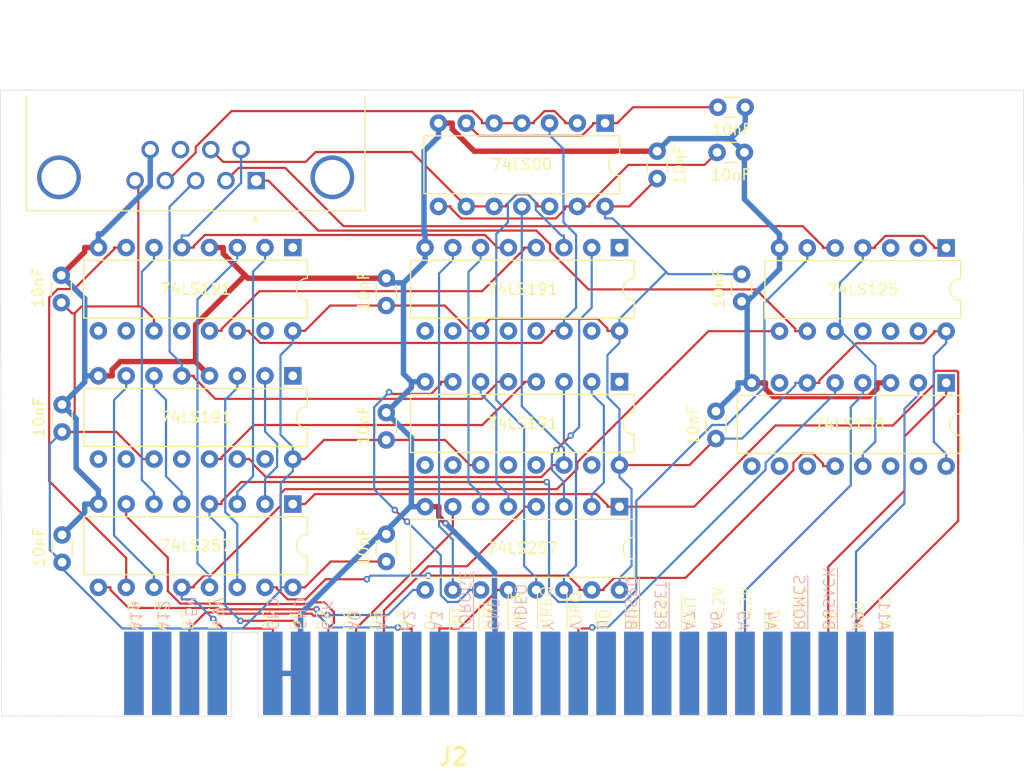
<source format=kicad_pcb>
(kicad_pcb (version 20240108) (generator "pcbnew") (generator_version "8.0")
  (layers (0 "F.Cu" signal) (31 "B.Cu" signal) (34 "B.Paste" user) (35 "F.Paste" user) (36 "B.SilkS" user "B.Silkscreen") (37 "F.SilkS" user "F.Silkscreen") (38 "B.Mask" user) (39 "F.Mask" user) (44 "Edge.Cuts" user))
  (net 0 "")
  (net 1 "+5V")
  (net 2 "Net-(U2-Q3)")
  (net 3 "Net-(U2-Q2)")
  (net 4 "Net-(U2-Rc)")
  (net 5 "Net-(U2-Q1)")
  (net 7 "Net-(U2-Q0)")
  (net 11 "Net-(U3-Q2)")
  (net 12 "Net-(U3-Q0)")
  (net 13 "Net-(U3-Q1)")
  (net 15 "Net-(U3-Q3)")
  (net 17 "D1")
  (net 18 "D0")
  (net 20 "Net-(U5-Q2)")
  (net 22 "Net-(U5-Q0)")
  (net 23 "Net-(U5-Rc)")
  (net 24 "Net-(U5-Q1)")
  (net 25 "Net-(U5-Q3)")
  (net 27 "Net-(U6-Q2)")
  (net 28 "Net-(U6-Q1)")
  (net 29 "Net-(U6-Q0)")
  (net 32 "Net-(U6-Q3)")
  (net 33 "IOREQ")
  (net 34 "A8")
  (net 36 "A5")
  (net 37 "A9")
  (net 38 "D2")
  (net 40 "A10")
  (net 41 "D3")
  (net 46 "D6")
  (net 47 "D4")
  (net 48 "D5")
  (net 49 "D7")
  (net 57 "R_BUTTON")
  (net 61 "L_BUTTON")
  (net 86 "Net-(U7-O2)")
  (net 93 "Net-(U7-O3)")
  (net 108 "Net-(C10-Pad1)")
  (net 109 "GND")
  (net 110 "Net-(C11-Pad1)")
  (net 111 "YA")
  (net 112 "Net-(U2-Cp)")
  (net 113 "XA")
  (net 114 "Net-(U5-Cp)")
  (net 115 "XB")
  (net 116 "YB")
  (footprint "Package_DIP:DIP-16_W7.62mm" (layer "F.Cu") (at 181.43 84.363 -90)
    (property "Reference" "U7")
    (property "Value" "74LS138")
  )
  (footprint "Capacitor_THT:C_Disc_D3.0mm_W1.6mm_P2.50mm" (layer "F.Cu") (at 100.58 100.7805 90)
    (property "Reference" "C8" (hide yes))
    (property "Value" "10nF")
  )
  (footprint "Package_DIP:DIP-16_W7.62mm" (layer "F.Cu") (at 151.555 84.263 -90)
    (property "Reference" "U6")
    (property "Value" "74LS191")
  )
  (footprint "Package_DIP:DIP-16_W7.62mm" (layer "F.Cu") (at 151.555 71.988 -90)
    (property "Reference" "U3")
    (property "Value" "74LS191")
  )
  (footprint "Package_DIP:DIP-14_W7.62mm" (layer "F.Cu") (at 181.43 72.013 -90)
    (property "Reference" "U4")
    (property "Value" "74LS125")
  )
  (footprint "Capacitor_THT:C_Disc_D3.0mm_W1.6mm_P2.50mm" (layer "F.Cu") (at 155 65.663 90)
    (property "Reference" "C1" (hide yes))
    (property "Value" "10nF")
  )
  (footprint "Package_DIP:DIP-16_W7.62mm" (layer "F.Cu") (at 121.68 95.4555 -90)
    (property "Reference" "U8")
    (property "Value" "74LS257")
  )
  (footprint "Capacitor_THT:C_Disc_D3.0mm_W1.6mm_P2.50mm" (layer "F.Cu") (at 130.225 100.713 90)
    (property "Reference" "C9" (hide yes))
    (property "Value" "10nF")
  )
  (footprint "Capacitor_THT:C_Disc_D3.0mm_W1.6mm_P2.50mm" (layer "F.Cu") (at 130.225 77.288 90)
    (property "Reference" "C3" (hide yes))
    (property "Value" "10nF")
  )
  (footprint "Capacitor_THT:C_Disc_D3.0mm_W1.6mm_P2.50mm" (layer "F.Cu") (at 130.225 89.588 90)
    (property "Reference" "C6" (hide yes))
    (property "Value" "10nF")
  )
  (footprint "Package_DIP:DIP-16_W7.62mm" (layer "F.Cu") (at 151.555 95.693 -90)
    (property "Reference" "U9")
    (property "Value" "74LS257")
  )
  (footprint "Package_DIP:DIP-14_W7.62mm" (layer "F.Cu") (at 150.24 60.593 -90)
    (property "Reference" "U1")
    (property "Value" "74LS00")
  )
  (footprint "Capacitor_THT:C_Disc_D3.0mm_W1.6mm_P2.50mm" (layer "F.Cu") (at 160.55 59.138)
    (property "Reference" "C10" (hide yes))
    (property "Value" "10nF")
  )
  (footprint "Package_DIP:DIP-16_W7.62mm" (layer "F.Cu") (at 121.68 83.718 -90)
    (property "Reference" "U5")
    (property "Value" "74LS191")
  )
  (footprint "Capacitor_THT:C_Disc_D3.0mm_W1.6mm_P2.50mm" (layer "F.Cu") (at 162.725 76.913 90)
    (property "Reference" "C4" (hide yes))
    (property "Value" "10nF")
  )
  (footprint "Capacitor_THT:C_Disc_D3.0mm_W1.6mm_P2.50mm" (layer "F.Cu") (at 100.58 88.8555 90)
    (property "Reference" "C5" (hide yes))
    (property "Value" "10nF")
  )
  (footprint "Capacitor_THT:C_Disc_D3.0mm_W1.6mm_P2.50mm" (layer "F.Cu") (at 100.505 77.0205 90)
    (property "Reference" "C2" (hide yes))
    (property "Value" "10nF")
  )
  (footprint "Capacitor_THT:C_Disc_D3.0mm_W1.6mm_P2.50mm" (layer "F.Cu") (at 160.375 89.463 90)
    (property "Reference" "C7" (hide yes))
    (property "Value" "10nF")
  )
  (footprint "Package_DIP:DIP-16_W7.62mm" (layer "F.Cu") (at 121.68 71.9805 -90)
    (property "Reference" "U2")
    (property "Value" "74LS191")
  )
  (footprint "Connector_Dsub:DSUB-9_Male_Horizontal_P2.77x2.84mm_EdgePinOffset4.94mm_Housed_MountingHolesOffset7.48mm" (layer "F.Cu") (at 118.335 65.853 180)
    (property "Reference" "J1" (hide yes))
    (property "Value" "DE9_Plug")
  )
  (footprint "Capacitor_THT:C_Disc_D3.0mm_W1.6mm_P2.50mm" (layer "F.Cu") (at 160.48 63.273)
    (property "Reference" "C11" (hide yes))
    (property "Value" "10nF")
  )
  (footprint "8bits:ZX_EDGE" (layer "F.Cu") (at 136.36 113.49 180)
    (property "Reference" "J2")
    (property "Value" "ZX_Spectrum_Connector_48K" (hide yes))
  )
  (gr_line (start 188.525 57.575) (end 188.55 114.8) (stroke (width 0.05)) (layer "Edge.Cuts"))
  (gr_line (start 118.5 107.225) (end 116.1 107.225) (stroke (width 0.05)) (layer "Edge.Cuts"))
  (gr_line (start 116.1 114.875) (end 95.05 114.85) (stroke (width 0.05)) (layer "Edge.Cuts"))
  (gr_line (start 95.05 114.85) (end 94.925 57.575) (stroke (width 0.05)) (layer "Edge.Cuts"))
  (gr_line (start 94.925 57.575) (end 188.525 57.575) (stroke (width 0.05)) (layer "Edge.Cuts"))
  (gr_line (start 116.1 107.225) (end 116.1 114.875) (stroke (width 0.05)) (layer "Edge.Cuts"))
  (gr_line (start 188.55 114.8) (end 118.5 114.875) (stroke (width 0.05)) (layer "Edge.Cuts"))
  (gr_line (start 118.5 114.875) (end 118.5 107.225) (stroke (width 0.05)) (layer "Edge.Cuts"))
  (segment (start 152.45 68.213) (end 155 65.663) (width 0.2) (layer "F.Cu") (net 1))
  (segment (start 168.73 84.363) (end 169.832 84.363) (width 0.2) (layer "F.Cu") (net 1))
  (segment (start 121.68 79.6005) (end 122.782 79.6005) (width 0.2) (layer "F.Cu") (net 1))
  (segment (start 122.782 103.076) (end 125.144 100.713) (width 0.2) (layer "F.Cu") (net 1))
  (segment (start 125.144 100.713) (end 130.225 100.713) (width 0.2) (layer "F.Cu") (net 1))
  (segment (start 169.832 84.1347) (end 173.232 80.7347) (width 0.2) (layer "F.Cu") (net 1))
  (segment (start 180.328 79.633) (end 181.43 79.633) (width 0.2) (layer "F.Cu") (net 1))
  (segment (start 108.98 91.338) (end 107.878 91.338) (width 0.2) (layer "F.Cu") (net 1))
  (segment (start 122.782 91.338) (end 124.532 89.588) (width 0.2) (layer "F.Cu") (net 1))
  (segment (start 151.555 79.608) (end 150.453 79.608) (width 0.2) (layer "F.Cu") (net 1))
  (segment (start 101.728 88.8555) (end 100.58 88.8555) (width 0.2) (layer "F.Cu") (net 1))
  (segment (start 138.611 79.608) (end 137.753 79.608) (width 0.2) (layer "F.Cu") (net 1))
  (segment (start 135.571 77.288) (end 130.225 77.288) (width 0.2) (layer "F.Cu") (net 1))
  (segment (start 137.753 91.7453) (end 135.596 89.588) (width 0.2) (layer "F.Cu") (net 1))
  (segment (start 105.534 88.8555) (end 101.728 88.8555) (width 0.2) (layer "F.Cu") (net 1))
  (segment (start 138.855 91.883) (end 137.753 91.883) (width 0.2) (layer "F.Cu") (net 1))
  (segment (start 101.48 77.9955) (end 100.505 77.0205) (width 0.2) (layer "F.Cu") (net 1))
  (segment (start 102.353 77.3703) (end 101.728 77.9955) (width 0.2) (layer "F.Cu") (net 1))
  (segment (start 107.852 77.3703) (end 107.553 77.3703) (width 0.2) (layer "F.Cu") (net 1))
  (segment (start 135.596 89.588) (end 130.225 89.588) (width 0.2) (layer "F.Cu") (net 1))
  (segment (start 122.782 79.6005) (end 125.094 77.288) (width 0.2) (layer "F.Cu") (net 1))
  (segment (start 138.855 79.608) (end 138.611 79.608) (width 0.2) (layer "F.Cu") (net 1))
  (segment (start 125.094 77.288) (end 130.225 77.288) (width 0.2) (layer "F.Cu") (net 1))
  (segment (start 179.364 80.7347) (end 180.328 79.7708) (width 0.2) (layer "F.Cu") (net 1))
  (segment (start 124.532 89.588) (end 130.225 89.588) (width 0.2) (layer "F.Cu") (net 1))
  (segment (start 151.555 91.883) (end 157.955 91.883) (width 0.2) (layer "F.Cu") (net 1))
  (segment (start 169.832 84.363) (end 169.832 84.1347) (width 0.2) (layer "F.Cu") (net 1))
  (segment (start 121.6805 103.076) (end 122.782 103.076) (width 0.2) (layer "F.Cu") (net 1))
  (segment (start 107.878 91.2003) (end 105.534 88.8555) (width 0.2) (layer "F.Cu") (net 1))
  (segment (start 137.753 79.608) (end 137.753 79.4703) (width 0.2) (layer "F.Cu") (net 1))
  (segment (start 137.753 91.883) (end 137.753 91.7453) (width 0.2) (layer "F.Cu") (net 1))
  (segment (start 139.731 78.4873) (end 138.611 79.608) (width 0.2) (layer "F.Cu") (net 1))
  (segment (start 150.453 79.608) (end 150.453 79.3797) (width 0.2) (layer "F.Cu") (net 1))
  (segment (start 107.553 77.3703) (end 102.353 77.3703) (width 0.2) (layer "F.Cu") (net 1))
  (segment (start 180.328 79.7708) (end 180.328 79.633) (width 0.2) (layer "F.Cu") (net 1))
  (segment (start 121.68 103.076) (end 121.6805 103.076) (width 0.2) (layer "F.Cu") (net 1))
  (segment (start 121.6805 103.076) (end 121.68 103.0755) (width 0.2) (layer "F.Cu") (net 1))
  (segment (start 108.98 79.6005) (end 108.98 78.4988) (width 0.2) (layer "F.Cu") (net 1))
  (segment (start 101.728 77.9955) (end 101.48 77.9955) (width 0.2) (layer "F.Cu") (net 1))
  (segment (start 107.553 66.1512) (end 107.553 77.3703) (width 0.2) (layer "F.Cu") (net 1))
  (segment (start 108.98 78.4988) (end 107.852 77.3703) (width 0.2) (layer "F.Cu") (net 1))
  (segment (start 150.453 79.3797) (end 149.561 78.4873) (width 0.2) (layer "F.Cu") (net 1))
  (segment (start 149.561 78.4873) (end 139.731 78.4873) (width 0.2) (layer "F.Cu") (net 1))
  (segment (start 107.878 91.338) (end 107.878 91.2003) (width 0.2) (layer "F.Cu") (net 1))
  (segment (start 101.728 88.8555) (end 101.728 77.9955) (width 0.2) (layer "F.Cu") (net 1))
  (segment (start 157.955 91.883) (end 160.375 89.463) (width 0.2) (layer "F.Cu") (net 1))
  (segment (start 121.68 91.338) (end 122.782 91.338) (width 0.2) (layer "F.Cu") (net 1))
  (segment (start 137.753 79.4703) (end 135.571 77.288) (width 0.2) (layer "F.Cu") (net 1))
  (segment (start 150.24 68.213) (end 152.45 68.213) (width 0.2) (layer "F.Cu") (net 1))
  (segment (start 107.255 65.853) (end 107.553 66.1512) (width 0.2) (layer "F.Cu") (net 1))
  (segment (start 173.232 80.7347) (end 179.364 80.7347) (width 0.2) (layer "F.Cu") (net 1))
  (segment (start 150.24 69.3147) (end 150.929 69.3147) (width 0.2) (layer "B.Cu") (net 1))
  (segment (start 117.091 106.838) (end 120.578 103.351) (width 0.2) (layer "B.Cu") (net 1))
  (segment (start 120.578 103.076) (end 120.578 93.5414) (width 0.2) (layer "B.Cu") (net 1))
  (segment (start 150.45 81.8152) (end 150.45 85.66) (width 0.2) (layer "B.Cu") (net 1))
  (segment (start 112.23 110.95) (end 112.23 106.838) (width 0.2) (layer "B.Cu") (net 1))
  (segment (start 168.73 84.363) (end 167.628 84.363) (width 0.2) (layer "B.Cu") (net 1))
  (segment (start 120.552 89.1079) (end 120.552 81.8306) (width 0.2) (layer "B.Cu") (net 1))
  (segment (start 151.555 80.7097) (end 150.45 81.8152) (width 0.2) (layer "B.Cu") (net 1))
  (segment (start 150.929 69.3147) (end 155.838 74.2237) (width 0.2) (layer "B.Cu") (net 1))
  (segment (start 100.58 100.78) (end 100.58 100.7805) (width 0.2) (layer "B.Cu") (net 1))
  (segment (start 180.302 89.7529) (end 180.302 81.8631) (width 0.2) (layer "B.Cu") (net 1))
  (segment (start 121.68 91.338) (end 121.68 90.2363) (width 0.2) (layer "B.Cu") (net 1))
  (segment (start 121.68 103.0755) (end 121.68 103.076) (width 0.2) (layer "B.Cu") (net 1))
  (segment (start 181.43 91.983) (end 181.43 90.8813) (width 0.2) (layer "B.Cu") (net 1))
  (segment (start 156.027 74.413) (end 162.725 74.413) (width 0.2) (layer "B.Cu") (net 1))
  (segment (start 100.58 88.8555) (end 99.4563 89.9792) (width 0.2) (layer "B.Cu") (net 1))
  (segment (start 151.555 86.7655) (end 151.555 91.883) (width 0.2) (layer "B.Cu") (net 1))
  (segment (start 120.578 103.351) (end 120.578 103.076) (width 0.2) (layer "B.Cu") (net 1))
  (segment (start 180.302 81.8631) (end 181.43 80.7347) (width 0.2) (layer "B.Cu") (net 1))
  (segment (start 112.23 106.838) (end 117.091 106.838) (width 0.2) (layer "B.Cu") (net 1))
  (segment (start 162.757 89.463) (end 160.375 89.463) (width 0.2) (layer "B.Cu") (net 1))
  (segment (start 150.24 68.213) (end 150.24 69.3147) (width 0.2) (layer "B.Cu") (net 1))
  (segment (start 155.838 74.2237) (end 156.027 74.413) (width 0.2) (layer "B.Cu") (net 1))
  (segment (start 167.628 84.363) (end 167.628 84.5913) (width 0.2) (layer "B.Cu") (net 1))
  (segment (start 99.4563 99.6568) (end 100.58 100.78) (width 0.2) (layer "B.Cu") (net 1))
  (segment (start 151.555 92.9847) (end 152.657 94.0864) (width 0.2) (layer "B.Cu") (net 1))
  (segment (start 181.43 80.7347) (end 181.43 79.633) (width 0.2) (layer "B.Cu") (net 1))
  (segment (start 120.578 93.5414) (end 121.68 92.4397) (width 0.2) (layer "B.Cu") (net 1))
  (segment (start 106.077 106.838) (end 112.23 106.838) (width 0.2) (layer "B.Cu") (net 1))
  (segment (start 151.555 79.608) (end 151.555 80.7097) (width 0.2) (layer "B.Cu") (net 1))
  (segment (start 167.628 84.5913) (end 162.757 89.463) (width 0.2) (layer "B.Cu") (net 1))
  (segment (start 99.4563 89.9792) (end 99.4563 99.6568) (width 0.2) (layer "B.Cu") (net 1))
  (segment (start 121.68 103.076) (end 120.578 103.076) (width 0.2) (layer "B.Cu") (net 1))
  (segment (start 152.657 94.0864) (end 152.657 101.11) (width 0.2) (layer "B.Cu") (net 1))
  (segment (start 121.68 92.4397) (end 121.68 91.338) (width 0.2) (layer "B.Cu") (net 1))
  (segment (start 151.555 102.211) (end 151.555 103.313) (width 0.2) (layer "B.Cu") (net 1))
  (segment (start 150.45 85.66) (end 151.555 86.7655) (width 0.2) (layer "B.Cu") (net 1))
  (segment (start 120.552 81.8306) (end 121.68 80.7022) (width 0.2) (layer "B.Cu") (net 1))
  (segment (start 151.555 91.883) (end 151.555 92.9847) (width 0.2) (layer "B.Cu") (net 1))
  (segment (start 100.58 101.341) (end 106.077 106.838) (width 0.2) (layer "B.Cu") (net 1))
  (segment (start 181.43 90.8813) (end 180.302 89.7529) (width 0.2) (layer "B.Cu") (net 1))
  (segment (start 151.555 78.5063) (end 151.555 79.608) (width 0.2) (layer "B.Cu") (net 1))
  (segment (start 155.838 74.2237) (end 151.555 78.5063) (width 0.2) (layer "B.Cu") (net 1))
  (segment (start 152.657 101.11) (end 151.555 102.211) (width 0.2) (layer "B.Cu") (net 1))
  (segment (start 100.58 100.7805) (end 100.58 101.341) (width 0.2) (layer "B.Cu") (net 1))
  (segment (start 121.68 90.2363) (end 120.552 89.1079) (width 0.2) (layer "B.Cu") (net 1))
  (segment (start 121.68 80.7022) (end 121.68 79.6005) (width 0.2) (layer "B.Cu") (net 1))
  (segment (start 99.3967 93.3467) (end 106.44 100.39) (width 0.2) (layer "F.Cu") (net 2))
  (segment (start 99.3967 76.5677) (end 99.3967 93.3467) (width 0.2) (layer "F.Cu") (net 2))
  (segment (start 105.338 72.1182) (end 101.686 75.7705) (width 0.2) (layer "F.Cu") (net 2))
  (segment (start 106.44 103.0755) (end 106.44 103.076) (width 0.2) (layer "F.Cu") (net 2))
  (segment (start 105.338 71.9805) (end 105.338 72.1182) (width 0.2) (layer "F.Cu") (net 2))
  (segment (start 106.44 71.9805) (end 105.338 71.9805) (width 0.2) (layer "F.Cu") (net 2))
  (segment (start 106.44 100.39) (end 106.44 103.0755) (width 0.2) (layer "F.Cu") (net 2))
  (segment (start 100.194 75.7705) (end 99.3967 76.5677) (width 0.2) (layer "F.Cu") (net 2))
  (segment (start 101.686 75.7705) (end 100.194 75.7705) (width 0.2) (layer "F.Cu") (net 2))
  (segment (start 108.98 94.3538) (end 107.869 93.2425) (width 0.2) (layer "B.Cu") (net 3))
  (segment (start 108.98 73.0822) (end 108.98 71.9805) (width 0.2) (layer "B.Cu") (net 3))
  (segment (start 108.98 95.4555) (end 108.98 94.3538) (width 0.2) (layer "B.Cu") (net 3))
  (segment (start 107.869 93.2425) (end 107.869 74.1935) (width 0.2) (layer "B.Cu") (net 3))
  (segment (start 107.869 74.1935) (end 108.98 73.0822) (width 0.2) (layer "B.Cu") (net 3))
  (segment (start 143.935 71.988) (end 142.833 71.988) (width 0.2) (layer "F.Cu") (net 4))
  (segment (start 118.625 75.9714) (end 115.162 79.4345) (width 0.2) (layer "F.Cu") (net 4))
  (segment (start 115.162 79.6005) (end 114.06 79.6005) (width 0.2) (layer "F.Cu") (net 4))
  (segment (start 115.162 79.4345) (end 115.162 79.6005) (width 0.2) (layer "F.Cu") (net 4))
  (segment (start 142.833 71.988) (end 142.833 72.1257) (width 0.2) (layer "F.Cu") (net 4))
  (segment (start 142.833 72.1257) (end 138.988 75.9714) (width 0.2) (layer "F.Cu") (net 4))
  (segment (start 138.988 75.9714) (end 118.625 75.9714) (width 0.2) (layer "F.Cu") (net 4))
  (segment (start 118.038 74.1839) (end 119.14 73.0822) (width 0.2) (layer "B.Cu") (net 5))
  (segment (start 116.6 94.3538) (end 118.038 92.9155) (width 0.2) (layer "B.Cu") (net 5))
  (segment (start 119.14 73.0822) (end 119.14 71.9805) (width 0.2) (layer "B.Cu") (net 5))
  (segment (start 116.6 95.4555) (end 116.6 94.3538) (width 0.2) (layer "B.Cu") (net 5))
  (segment (start 118.038 92.9155) (end 118.038 74.1839) (width 0.2) (layer "B.Cu") (net 5))
  (segment (start 114.06 103.076) (end 114.06 103.0755) (width 0.2) (layer "B.Cu") (net 7))
  (segment (start 112.956 76.7261) (end 112.956 100.87) (width 0.2) (layer "B.Cu") (net 7))
  (segment (start 116.6 73.0822) (end 112.956 76.7261) (width 0.2) (layer "B.Cu") (net 7))
  (segment (start 114.06 101.974) (end 114.06 103.0755) (width 0.2) (layer "B.Cu") (net 7))
  (segment (start 112.956 100.87) (end 114.06 101.974) (width 0.2) (layer "B.Cu") (net 7))
  (segment (start 116.6 71.9805) (end 116.6 73.0822) (width 0.2) (layer "B.Cu") (net 7))
  (segment (start 138.855 71.988) (end 138.855 73.0897) (width 0.2) (layer "B.Cu") (net 11))
  (segment (start 137.744 74.201) (end 137.744 93.48) (width 0.2) (layer "B.Cu") (net 11))
  (segment (start 137.744 93.48) (end 138.855 94.5913) (width 0.2) (layer "B.Cu") (net 11))
  (segment (start 138.855 94.5913) (end 138.855 95.693) (width 0.2) (layer "B.Cu") (net 11))
  (segment (start 138.855 73.0897) (end 137.744 74.201) (width 0.2) (layer "B.Cu") (net 11))
  (segment (start 140.288 85.9363) (end 142.833 88.4818) (width 0.2) (layer "B.Cu") (net 12))
  (segment (start 146.475 70.8863) (end 146.247 70.8863) (width 0.2) (layer "B.Cu") (net 12))
  (segment (start 140.288 70.7346) (end 140.288 85.9363) (width 0.2) (layer "B.Cu") (net 12))
  (segment (start 142.833 101.11) (end 143.935 102.211) (width 0.2) (layer "B.Cu") (net 12))
  (segment (start 142.2 67.0697) (end 141.35 67.9196) (width 0.2) (layer "B.Cu") (net 12))
  (segment (start 141.35 69.6724) (end 140.288 70.7346) (width 0.2) (layer "B.Cu") (net 12))
  (segment (start 146.475 71.988) (end 146.475 70.8863) (width 0.2) (layer "B.Cu") (net 12))
  (segment (start 143.112 67.0697) (end 142.2 67.0697) (width 0.2) (layer "B.Cu") (net 12))
  (segment (start 142.833 88.4818) (end 142.833 101.11) (width 0.2) (layer "B.Cu") (net 12))
  (segment (start 143.89 68.5296) (end 143.89 67.8474) (width 0.2) (layer "B.Cu") (net 12))
  (segment (start 141.35 67.9196) (end 141.35 69.6724) (width 0.2) (layer "B.Cu") (net 12))
  (segment (start 143.89 67.8474) (end 143.112 67.0697) (width 0.2) (layer "B.Cu") (net 12))
  (segment (start 146.247 70.8863) (end 143.89 68.5296) (width 0.2) (layer "B.Cu") (net 12))
  (segment (start 143.935 102.211) (end 143.935 103.313) (width 0.2) (layer "B.Cu") (net 12))
  (segment (start 145.775 90.5041) (end 147.093 89.1855) (width 0.2) (layer "F.Cu") (net 13))
  (via (at 147.093 89.1855) (size 0.6) (drill 0.3) (layers "F.Cu" "B.Cu") (net 13))
  (via (at 145.775 90.5041) (size 0.6) (drill 0.3) (layers "F.Cu" "B.Cu") (net 13))
  (segment (start 147.866 88.4131) (end 147.093 89.1855) (width 0.2) (layer "B.Cu") (net 13))
  (segment (start 146.475 95.693) (end 146.475 93.4411) (width 0.2) (layer "B.Cu") (net 13))
  (segment (start 145.373 90.9056) (end 145.775 90.5041) (width 0.2) (layer "B.Cu") (net 13))
  (segment (start 146.475 93.4411) (end 145.373 92.3394) (width 0.2) (layer "B.Cu") (net 13))
  (segment (start 149.015 77.4792) (end 147.866 78.6284) (width 0.2) (layer "B.Cu") (net 13))
  (segment (start 149.015 71.988) (end 149.015 77.4792) (width 0.2) (layer "B.Cu") (net 13))
  (segment (start 147.866 78.6284) (end 147.866 88.4131) (width 0.2) (layer "B.Cu") (net 13))
  (segment (start 145.373 92.3394) (end 145.373 90.9056) (width 0.2) (layer "B.Cu") (net 13))
  (segment (start 136.315 71.988) (end 136.315 73.0897) (width 0.2) (layer "B.Cu") (net 15))
  (segment (start 135.054 74.351) (end 135.054 97.4622) (width 0.2) (layer "B.Cu") (net 15))
  (segment (start 136.315 98.7235) (end 136.315 103.313) (width 0.2) (layer "B.Cu") (net 15))
  (segment (start 135.054 97.4622) (end 136.315 98.7235) (width 0.2) (layer "B.Cu") (net 15))
  (segment (start 136.315 73.0897) (end 135.054 74.351) (width 0.2) (layer "B.Cu") (net 15))
  (segment (start 121.69 106.138) (end 116.884 106.138) (width 0.2) (layer "F.Cu") (net 17))
  (segment (start 115.162 95.2272) (end 116.954 93.4347) (width 0.2) (layer "F.Cu") (net 17))
  (segment (start 115.162 95.4555) (end 115.162 95.2272) (width 0.2) (layer "F.Cu") (net 17))
  (segment (start 122.39 110.95) (end 122.39 106.838) (width 0.2) (layer "F.Cu") (net 17))
  (segment (start 122.39 106.838) (end 121.69 106.138) (width 0.2) (layer "F.Cu") (net 17))
  (segment (start 116.954 93.4347) (end 144.906 93.4347) (width 0.2) (layer "F.Cu") (net 17))
  (segment (start 114.06 95.4555) (end 115.162 95.4555) (width 0.2) (layer "F.Cu") (net 17))
  (via (at 144.906 93.4347) (size 0.6) (drill 0.3) (layers "F.Cu" "B.Cu") (net 17))
  (via (at 116.884 106.138) (size 0.6) (drill 0.3) (layers "F.Cu" "B.Cu") (net 17))
  (segment (start 145.983 104.415) (end 145.113 103.545) (width 0.2) (layer "B.Cu") (net 17))
  (segment (start 160.041 88.213) (end 153.091 95.1627) (width 0.2) (layer "B.Cu") (net 17))
  (segment (start 115.472 104.726) (end 116.884 106.138) (width 0.2) (layer "B.Cu") (net 17))
  (segment (start 164.811 84.7644) (end 161.362 88.213) (width 0.2) (layer "B.Cu") (net 17))
  (segment (start 153.091 103.335) (end 152.011 104.415) (width 0.2) (layer "B.Cu") (net 17))
  (segment (start 168.73 73.1147) (end 164.811 77.0341) (width 0.2) (layer "B.Cu") (net 17))
  (segment (start 145.113 93.6416) (end 144.906 93.4347) (width 0.2) (layer "B.Cu") (net 17))
  (segment (start 145.113 103.545) (end 145.113 93.6416) (width 0.2) (layer "B.Cu") (net 17))
  (segment (start 153.091 95.1627) (end 153.091 103.335) (width 0.2) (layer "B.Cu") (net 17))
  (segment (start 152.011 104.415) (end 145.983 104.415) (width 0.2) (layer "B.Cu") (net 17))
  (segment (start 114.06 95.4555) (end 114.06 96.5572) (width 0.2) (layer "B.Cu") (net 17))
  (segment (start 114.06 96.5572) (end 115.472 97.9688) (width 0.2) (layer "B.Cu") (net 17))
  (segment (start 168.73 72.013) (end 168.73 73.1147) (width 0.2) (layer "B.Cu") (net 17))
  (segment (start 161.362 88.213) (end 160.041 88.213) (width 0.2) (layer "B.Cu") (net 17))
  (segment (start 164.811 77.0341) (end 164.811 84.7644) (width 0.2) (layer "B.Cu") (net 17))
  (segment (start 115.472 97.9688) (end 115.472 104.726) (width 0.2) (layer "B.Cu") (net 17))
  (segment (start 113.586 101.974) (end 114.198 101.974) (width 0.2) (layer "F.Cu") (net 18))
  (segment (start 120.552 94.512) (end 120.974 94.0894) (width 0.2) (layer "F.Cu") (net 18))
  (segment (start 119.85 106.838) (end 115.275 106.838) (width 0.2) (layer "F.Cu") (net 18))
  (segment (start 147.694 91.6345) (end 159.695 79.633) (width 0.2) (layer "F.Cu") (net 18))
  (segment (start 145.831 94.0894) (end 147.694 92.2265) (width 0.2) (layer "F.Cu") (net 18))
  (segment (start 159.695 79.633) (end 166.19 79.633) (width 0.2) (layer "F.Cu") (net 18))
  (segment (start 111.52 103.076) (end 111.5205 103.076) (width 0.2) (layer "F.Cu") (net 18))
  (segment (start 115.275 106.838) (end 114.408 105.971) (width 0.2) (layer "F.Cu") (net 18))
  (segment (start 112.622 103.076) (end 112.622 102.938) (width 0.2) (layer "F.Cu") (net 18))
  (segment (start 147.694 92.2265) (end 147.694 91.6345) (width 0.2) (layer "F.Cu") (net 18))
  (segment (start 111.5205 103.076) (end 111.52 103.0755) (width 0.2) (layer "F.Cu") (net 18))
  (segment (start 119.85 110.95) (end 119.85 106.838) (width 0.2) (layer "F.Cu") (net 18))
  (segment (start 120.552 95.6197) (end 120.552 94.512) (width 0.2) (layer "F.Cu") (net 18))
  (segment (start 112.622 102.938) (end 113.586 101.974) (width 0.2) (layer "F.Cu") (net 18))
  (segment (start 114.198 101.974) (end 120.552 95.6197) (width 0.2) (layer "F.Cu") (net 18))
  (segment (start 120.974 94.0894) (end 145.831 94.0894) (width 0.2) (layer "F.Cu") (net 18))
  (segment (start 111.5205 103.076) (end 112.622 103.076) (width 0.2) (layer "F.Cu") (net 18))
  (via (at 114.408 105.971) (size 0.6) (drill 0.3) (layers "F.Cu" "B.Cu") (net 18))
  (segment (start 111.52 104.177) (end 112.614 104.177) (width 0.2) (layer "B.Cu") (net 18))
  (segment (start 112.614 104.177) (end 114.408 105.971) (width 0.2) (layer "B.Cu") (net 18))
  (segment (start 111.52 103.076) (end 111.52 103.0755) (width 0.2) (layer "B.Cu") (net 18))
  (segment (start 111.52 103.076) (end 111.52 104.177) (width 0.2) (layer "B.Cu") (net 18))
  (segment (start 110.082 85.9214) (end 108.98 84.8197) (width 0.2) (layer "B.Cu") (net 20))
  (segment (start 111.52 95.4555) (end 111.52 94.3538) (width 0.2) (layer "B.Cu") (net 20))
  (segment (start 108.98 84.8197) (end 108.98 83.718) (width 0.2) (layer "B.Cu") (net 20))
  (segment (start 111.52 94.3538) (end 110.082 92.9155) (width 0.2) (layer "B.Cu") (net 20))
  (segment (start 110.082 92.9155) (end 110.082 85.9214) (width 0.2) (layer "B.Cu") (net 20))
  (segment (start 116.6 97.2839) (end 116.6 103.0755) (width 0.2) (layer "B.Cu") (net 22))
  (segment (start 115.496 85.9241) (end 115.496 96.1795) (width 0.2) (layer "B.Cu") (net 22))
  (segment (start 116.6 83.718) (end 116.6 84.8197) (width 0.2) (layer "B.Cu") (net 22))
  (segment (start 116.6 103.0755) (end 116.6 103.076) (width 0.2) (layer "B.Cu") (net 22))
  (segment (start 116.6 84.8197) (end 115.496 85.9241) (width 0.2) (layer "B.Cu") (net 22))
  (segment (start 115.496 96.1795) (end 116.6 97.2839) (width 0.2) (layer "B.Cu") (net 22))
  (segment (start 115.162 91.1638) (end 115.162 91.338) (width 0.2) (layer "F.Cu") (net 23))
  (segment (start 115.162 91.338) (end 114.06 91.338) (width 0.2) (layer "F.Cu") (net 23))
  (segment (start 118.106 88.2199) (end 115.162 91.1638) (width 0.2) (layer "F.Cu") (net 23))
  (segment (start 142.833 84.263) (end 142.833 84.4007) (width 0.2) (layer "F.Cu") (net 23))
  (segment (start 143.935 84.263) (end 142.833 84.263) (width 0.2) (layer "F.Cu") (net 23))
  (segment (start 142.833 84.4007) (end 139.014 88.2199) (width 0.2) (layer "F.Cu") (net 23))
  (segment (start 139.014 88.2199) (end 118.106 88.2199) (width 0.2) (layer "F.Cu") (net 23))
  (segment (start 120.244 89.9263) (end 120.244 92.0449) (width 0.2) (layer "B.Cu") (net 24))
  (segment (start 119.14 88.8219) (end 120.244 89.9263) (width 0.2) (layer "B.Cu") (net 24))
  (segment (start 119.14 83.718) (end 119.14 88.8219) (width 0.2) (layer "B.Cu") (net 24))
  (segment (start 120.244 92.0449) (end 119.14 93.1493) (width 0.2) (layer "B.Cu") (net 24))
  (segment (start 119.14 93.1493) (end 119.14 95.4555) (width 0.2) (layer "B.Cu") (net 24))
  (segment (start 106.44 84.8197) (end 105.329 85.931) (width 0.2) (layer "B.Cu") (net 25))
  (segment (start 106.44 83.718) (end 106.44 84.8197) (width 0.2) (layer "B.Cu") (net 25))
  (segment (start 108.98 101.974) (end 108.98 103.0755) (width 0.2) (layer "B.Cu") (net 25))
  (segment (start 105.329 98.3225) (end 108.98 101.974) (width 0.2) (layer "B.Cu") (net 25))
  (segment (start 108.98 103.076) (end 108.98 103.0755) (width 0.2) (layer "B.Cu") (net 25))
  (segment (start 105.329 85.931) (end 105.329 98.3225) (width 0.2) (layer "B.Cu") (net 25))
  (segment (start 138.855 85.3647) (end 140.293 86.803) (width 0.2) (layer "B.Cu") (net 27))
  (segment (start 141.395 94.5913) (end 141.395 95.693) (width 0.2) (layer "B.Cu") (net 27))
  (segment (start 138.855 84.263) (end 138.855 85.3647) (width 0.2) (layer "B.Cu") (net 27))
  (segment (start 140.293 86.803) (end 140.293 93.4896) (width 0.2) (layer "B.Cu") (net 27))
  (segment (start 140.293 93.4896) (end 141.395 94.5913) (width 0.2) (layer "B.Cu") (net 27))
  (segment (start 150.126 86.4759) (end 150.126 93.4801) (width 0.2) (layer "B.Cu") (net 28))
  (segment (start 149.015 94.5913) (end 149.015 95.693) (width 0.2) (layer "B.Cu") (net 28))
  (segment (start 150.126 93.4801) (end 149.015 94.5913) (width 0.2) (layer "B.Cu") (net 28))
  (segment (start 149.015 84.263) (end 149.015 85.3647) (width 0.2) (layer "B.Cu") (net 28))
  (segment (start 149.015 85.3647) (end 150.126 86.4759) (width 0.2) (layer "B.Cu") (net 28))
  (segment (start 146.475 102.211) (end 146.475 103.313) (width 0.2) (layer "B.Cu") (net 29))
  (segment (start 147.577 101.11) (end 146.475 102.211) (width 0.2) (layer "B.Cu") (net 29))
  (segment (start 147.577 90.8274) (end 147.577 101.11) (width 0.2) (layer "B.Cu") (net 29))
  (segment (start 146.475 84.263) (end 146.475 89.7257) (width 0.2) (layer "B.Cu") (net 29))
  (segment (start 146.475 89.7257) (end 147.577 90.8274) (width 0.2) (layer "B.Cu") (net 29))
  (segment (start 132.064 97.0538) (end 131.011 96.0007) (width 0.2) (layer "F.Cu") (net 32))
  (segment (start 135.213 84.263) (end 135.213 84.4913) (width 0.2) (layer "F.Cu") (net 32))
  (segment (start 135.213 84.4913) (end 134.33 85.3744) (width 0.2) (layer "F.Cu") (net 32))
  (segment (start 132.125 97.0538) (end 132.064 97.0538) (width 0.2) (layer "F.Cu") (net 32))
  (segment (start 134.33 85.3744) (end 130.638 85.3744) (width 0.2) (layer "F.Cu") (net 32))
  (segment (start 136.315 84.263) (end 135.213 84.263) (width 0.2) (layer "F.Cu") (net 32))
  (segment (start 130.638 85.3744) (end 130.481 85.2179) (width 0.2) (layer "F.Cu") (net 32))
  (via (at 130.481 85.2179) (size 0.6) (drill 0.3) (layers "F.Cu" "B.Cu") (net 32))
  (via (at 131.011 96.0007) (size 0.6) (drill 0.3) (layers "F.Cu" "B.Cu") (net 32))
  (via (at 132.125 97.0538) (size 0.6) (drill 0.3) (layers "F.Cu" "B.Cu") (net 32))
  (segment (start 135.213 100.142) (end 132.125 97.0538) (width 0.2) (layer "B.Cu") (net 32))
  (segment (start 135.84 104.415) (end 135.213 103.788) (width 0.2) (layer "B.Cu") (net 32))
  (segment (start 137.753 103.313) (end 137.753 103.451) (width 0.2) (layer "B.Cu") (net 32))
  (segment (start 138.855 103.313) (end 137.753 103.313) (width 0.2) (layer "B.Cu") (net 32))
  (segment (start 129.119 94.1091) (end 131.011 96.0007) (width 0.2) (layer "B.Cu") (net 32))
  (segment (start 136.789 104.415) (end 135.84 104.415) (width 0.2) (layer "B.Cu") (net 32))
  (segment (start 129.119 86.5798) (end 129.119 94.1091) (width 0.2) (layer "B.Cu") (net 32))
  (segment (start 130.481 85.2179) (end 129.119 86.5798) (width 0.2) (layer "B.Cu") (net 32))
  (segment (start 135.213 103.788) (end 135.213 100.142) (width 0.2) (layer "B.Cu") (net 32))
  (segment (start 137.753 103.451) (end 136.789 104.415) (width 0.2) (layer "B.Cu") (net 32))
  (segment (start 148.967 106.838) (end 149.06 106.745) (width 0.2) (layer "F.Cu") (net 33))
  (segment (start 147.79 110.95) (end 147.79 106.838) (width 0.2) (layer "F.Cu") (net 33))
  (segment (start 147.79 106.838) (end 148.967 106.838) (width 0.2) (layer "F.Cu") (net 33))
  (via (at 149.06 106.745) (size 0.6) (drill 0.3) (layers "F.Cu" "B.Cu") (net 33))
  (segment (start 150.487 106.745) (end 149.06 106.745) (width 0.2) (layer "B.Cu") (net 33))
  (segment (start 171.27 84.363) (end 171.27 85.4647) (width 0.2) (layer "B.Cu") (net 33))
  (segment (start 171.132 85.4647) (end 164.92 91.677) (width 0.2) (layer "B.Cu") (net 33))
  (segment (start 164.92 91.677) (end 164.92 92.3124) (width 0.2) (layer "B.Cu") (net 33))
  (segment (start 164.92 92.3124) (end 150.487 106.745) (width 0.2) (layer "B.Cu") (net 33))
  (segment (start 171.27 85.4647) (end 171.132 85.4647) (width 0.2) (layer "B.Cu") (net 33))
  (segment (start 177.62 89.2747) (end 177.62 94.214) (width 0.2) (layer "F.Cu") (net 34))
  (segment (start 177.62 94.214) (end 170.65 101.184) (width 0.2) (layer "F.Cu") (net 34))
  (segment (start 170.65 101.184) (end 170.65 110.95) (width 0.2) (layer "F.Cu") (net 34))
  (segment (start 181.43 85.4647) (end 177.62 89.2747) (width 0.2) (layer "F.Cu") (net 34))
  (segment (start 181.43 84.363) (end 181.43 85.4647) (width 0.2) (layer "F.Cu") (net 34))
  (segment (start 173.81 84.363) (end 173.81 85.4647) (width 0.2) (layer "B.Cu") (net 36))
  (segment (start 173.81 85.4647) (end 172.708 86.5664) (width 0.2) (layer "B.Cu") (net 36))
  (segment (start 172.708 86.5664) (end 172.708 93.73) (width 0.2) (layer "B.Cu") (net 36))
  (segment (start 163.03 103.408) (end 163.03 110.95) (width 0.2) (layer "B.Cu") (net 36))
  (segment (start 172.708 93.73) (end 163.03 103.408) (width 0.2) (layer "B.Cu") (net 36))
  (segment (start 177.62 95.3967) (end 177.62 86.7347) (width 0.2) (layer "B.Cu") (net 37))
  (segment (start 177.62 86.7347) (end 178.89 85.4647) (width 0.2) (layer "B.Cu") (net 37))
  (segment (start 173.19 99.8267) (end 177.62 95.3967) (width 0.2) (layer "B.Cu") (net 37))
  (segment (start 178.89 85.4647) (end 178.89 84.363) (width 0.2) (layer "B.Cu") (net 37))
  (segment (start 173.19 110.95) (end 173.19 99.8267) (width 0.2) (layer "B.Cu") (net 37))
  (segment (start 115.027 104.599) (end 114.99 104.562) (width 0.2) (layer "F.Cu") (net 38))
  (segment (start 110.25 100.367) (end 106.44 96.5572) (width 0.2) (layer "F.Cu") (net 38))
  (segment (start 124.93 110.95) (end 124.93 106.838) (width 0.2) (layer "F.Cu") (net 38))
  (segment (start 124.93 106.838) (end 125.444 106.325) (width 0.2) (layer "F.Cu") (net 38))
  (segment (start 125.444 106.325) (end 125.444 105.349) (width 0.2) (layer "F.Cu") (net 38))
  (segment (start 125.444 105.349) (end 124.542 104.448) (width 0.2) (layer "F.Cu") (net 38))
  (segment (start 123.298 104.448) (end 123.147 104.599) (width 0.2) (layer "F.Cu") (net 38))
  (segment (start 110.25 103.418) (end 110.25 100.367) (width 0.2) (layer "F.Cu") (net 38))
  (segment (start 124.542 104.448) (end 123.298 104.448) (width 0.2) (layer "F.Cu") (net 38))
  (segment (start 111.394 104.562) (end 110.25 103.418) (width 0.2) (layer "F.Cu") (net 38))
  (segment (start 114.99 104.562) (end 111.394 104.562) (width 0.2) (layer "F.Cu") (net 38))
  (segment (start 123.147 104.599) (end 115.027 104.599) (width 0.2) (layer "F.Cu") (net 38))
  (segment (start 106.44 96.5572) (end 106.44 95.4555) (width 0.2) (layer "F.Cu") (net 38))
  (segment (start 180.489 83.2613) (end 182.401 83.2613) (width 0.2) (layer "F.Cu") (net 40))
  (segment (start 121.68 95.4555) (end 122.782 95.4555) (width 0.2) (layer "F.Cu") (net 40))
  (segment (start 123.694 94.543) (end 149.441 94.543) (width 0.2) (layer "F.Cu") (net 40))
  (segment (start 165.813 88.262) (end 176.557 88.262) (width 0.2) (layer "F.Cu") (net 40))
  (segment (start 180.302 84.5174) (end 180.302 83.4489) (width 0.2) (layer "F.Cu") (net 40))
  (segment (start 182.401 83.2613) (end 182.532 83.3918) (width 0.2) (layer "F.Cu") (net 40))
  (segment (start 151.555 95.693) (end 158.382 95.693) (width 0.2) (layer "F.Cu") (net 40))
  (segment (start 182.532 96.9961) (end 173.19 106.338) (width 0.2) (layer "F.Cu") (net 40))
  (segment (start 182.532 83.3918) (end 182.532 96.9961) (width 0.2) (layer "F.Cu") (net 40))
  (segment (start 173.19 106.338) (end 173.19 110.95) (width 0.2) (layer "F.Cu") (net 40))
  (segment (start 122.782 95.4555) (end 123.694 94.543) (width 0.2) (layer "F.Cu") (net 40))
  (segment (start 150.453 95.693) (end 151.555 95.693) (width 0.2) (layer "F.Cu") (net 40))
  (segment (start 180.302 83.4489) (end 180.489 83.2613) (width 0.2) (layer "F.Cu") (net 40))
  (segment (start 149.441 94.543) (end 150.453 95.5553) (width 0.2) (layer "F.Cu") (net 40))
  (segment (start 150.453 95.5553) (end 150.453 95.693) (width 0.2) (layer "F.Cu") (net 40))
  (segment (start 158.382 95.693) (end 165.813 88.262) (width 0.2) (layer "F.Cu") (net 40))
  (segment (start 176.557 88.262) (end 180.302 84.5174) (width 0.2) (layer "F.Cu") (net 40))
  (segment (start 132.55 110.95) (end 132.55 106.838) (width 0.2) (layer "F.Cu") (net 41))
  (segment (start 105.002 103.304) (end 106.665 104.967) (width 0.2) (layer "F.Cu") (net 41))
  (segment (start 131.373 106.838) (end 131.28 106.745) (width 0.2) (layer "F.Cu") (net 41))
  (segment (start 132.55 106.838) (end 131.373 106.838) (width 0.2) (layer "F.Cu") (net 41))
  (segment (start 103.9005 103.076) (end 103.9 103.0755) (width 0.2) (layer "F.Cu") (net 41))
  (segment (start 103.9 103.076) (end 103.9005 103.076) (width 0.2) (layer "F.Cu") (net 41))
  (segment (start 106.665 104.967) (end 114.827 104.967) (width 0.2) (layer "F.Cu") (net 41))
  (segment (start 114.827 104.967) (end 114.944 105.085) (width 0.2) (layer "F.Cu") (net 41))
  (segment (start 105.002 103.076) (end 105.002 103.304) (width 0.2) (layer "F.Cu") (net 41))
  (segment (start 103.9005 103.076) (end 105.002 103.076) (width 0.2) (layer "F.Cu") (net 41))
  (segment (start 114.944 105.085) (end 123.85 105.085) (width 0.2) (layer "F.Cu") (net 41))
  (via (at 131.28 106.745) (size 0.6) (drill 0.3) (layers "F.Cu" "B.Cu") (net 41))
  (via (at 123.85 105.085) (size 0.6) (drill 0.3) (layers "F.Cu" "B.Cu") (net 41))
  (segment (start 123.85 105.489) (end 123.85 105.085) (width 0.2) (layer "B.Cu") (net 41))
  (segment (start 125.106 106.745) (end 123.85 105.489) (width 0.2) (layer "B.Cu") (net 41))
  (segment (start 131.28 106.745) (end 125.106 106.745) (width 0.2) (layer "B.Cu") (net 41))
  (segment (start 127.47 106.838) (end 136.315 97.9933) (width 0.2) (layer "F.Cu") (net 46))
  (segment (start 127.47 110.95) (end 127.47 106.838) (width 0.2) (layer "F.Cu") (net 46))
  (segment (start 136.315 97.9933) (end 136.315 95.693) (width 0.2) (layer "F.Cu") (net 46))
  (segment (start 136.888 106.838) (end 140.293 103.433) (width 0.2) (layer "F.Cu") (net 47))
  (segment (start 140.293 103.433) (end 140.293 103.313) (width 0.2) (layer "F.Cu") (net 47))
  (segment (start 135.09 110.95) (end 135.09 106.838) (width 0.2) (layer "F.Cu") (net 47))
  (segment (start 140.293 103.313) (end 141.395 103.313) (width 0.2) (layer "F.Cu") (net 47))
  (segment (start 135.09 106.838) (end 136.888 106.838) (width 0.2) (layer "F.Cu") (net 47))
  (segment (start 137.605 101.15) (end 134.061 101.15) (width 0.2) (layer "F.Cu") (net 48))
  (segment (start 143.935 95.693) (end 142.833 95.693) (width 0.2) (layer "F.Cu") (net 48))
  (segment (start 142.833 95.9213) (end 137.605 101.15) (width 0.2) (layer "F.Cu") (net 48))
  (segment (start 130.01 105.201) (end 130.01 110.95) (width 0.2) (layer "F.Cu") (net 48))
  (segment (start 142.833 95.693) (end 142.833 95.9213) (width 0.2) (layer "F.Cu") (net 48))
  (segment (start 134.061 101.15) (end 130.01 105.201) (width 0.2) (layer "F.Cu") (net 48))
  (segment (start 113.7 105.369) (end 114.658 105.369) (width 0.2) (layer "F.Cu") (net 49))
  (segment (start 123.402 105.488) (end 123.601 105.686) (width 0.2) (layer "F.Cu") (net 49))
  (segment (start 112.23 106.838) (end 113.7 105.369) (width 0.2) (layer "F.Cu") (net 49))
  (segment (start 112.23 110.95) (end 112.23 106.838) (width 0.2) (layer "F.Cu") (net 49))
  (segment (start 123.601 105.686) (end 124.76 105.686) (width 0.2) (layer "F.Cu") (net 49))
  (segment (start 114.778 105.488) (end 123.402 105.488) (width 0.2) (layer "F.Cu") (net 49))
  (segment (start 124.76 105.686) (end 124.842 105.605) (width 0.2) (layer "F.Cu") (net 49))
  (segment (start 114.658 105.369) (end 114.778 105.488) (width 0.2) (layer "F.Cu") (net 49))
  (via (at 124.842 105.605) (size 0.6) (drill 0.3) (layers "F.Cu" "B.Cu") (net 49))
  (segment (start 132.673 103.313) (end 130.382 105.605) (width 0.2) (layer "B.Cu") (net 49))
  (segment (start 130.382 105.605) (end 124.842 105.605) (width 0.2) (layer "B.Cu") (net 49))
  (segment (start 133.775 103.313) (end 132.673 103.313) (width 0.2) (layer "B.Cu") (net 49))
  (segment (start 167.628 79.633) (end 167.628 79.4047) (width 0.2) (layer "F.Cu") (net 57))
  (segment (start 167.628 79.4047) (end 164.035 75.8113) (width 0.2) (layer "F.Cu") (net 57))
  (segment (start 119.437 65.853) (end 118.335 65.853) (width 0.2) (layer "F.Cu") (net 57))
  (segment (start 143.958 70.4272) (end 124.011 70.4272) (width 0.2) (layer "F.Cu") (net 57))
  (segment (start 164.035 75.8113) (end 148.723 75.8113) (width 0.2) (layer "F.Cu") (net 57))
  (segment (start 145.205 71.6746) (end 143.958 70.4272) (width 0.2) (layer "F.Cu") (net 57))
  (segment (start 168.73 79.633) (end 167.628 79.633) (width 0.2) (layer "F.Cu") (net 57))
  (segment (start 124.011 70.4272) (end 119.437 65.853) (width 0.2) (layer "F.Cu") (net 57))
  (segment (start 145.205 72.2931) (end 145.205 71.6746) (width 0.2) (layer "F.Cu") (net 57))
  (segment (start 148.723 75.8113) (end 145.205 72.2931) (width 0.2) (layer "F.Cu") (net 57))
  (segment (start 116.73 64.6879) (end 115.565 65.853) (width 0.2) (layer "F.Cu") (net 61))
  (segment (start 120.983 64.6879) (end 116.73 64.6879) (width 0.2) (layer "F.Cu") (net 61))
  (segment (start 170.168 71.8753) (end 168.316 70.0228) (width 0.2) (layer "F.Cu") (net 61))
  (segment (start 168.316 70.0228) (end 126.318 70.0228) (width 0.2) (layer "F.Cu") (net 61))
  (segment (start 170.168 72.013) (end 170.168 71.8753) (width 0.2) (layer "F.Cu") (net 61))
  (segment (start 126.318 70.0228) (end 120.983 64.6879) (width 0.2) (layer "F.Cu") (net 61))
  (segment (start 171.27 72.013) (end 170.168 72.013) (width 0.2) (layer "F.Cu") (net 61))
  (segment (start 174.912 71.8753) (end 174.912 72.013) (width 0.2) (layer "F.Cu") (net 86))
  (segment (start 180.328 71.8752) (end 179.364 70.9113) (width 0.2) (layer "F.Cu") (net 86))
  (segment (start 174.912 72.013) (end 173.81 72.013) (width 0.2) (layer "F.Cu") (net 86))
  (segment (start 179.364 70.9113) (end 175.876 70.9113) (width 0.2) (layer "F.Cu") (net 86))
  (segment (start 181.43 72.013) (end 180.328 72.013) (width 0.2) (layer "F.Cu") (net 86))
  (segment (start 175.876 70.9113) (end 174.912 71.8753) (width 0.2) (layer "F.Cu") (net 86))
  (segment (start 180.328 72.013) (end 180.328 71.8752) (width 0.2) (layer "F.Cu") (net 86))
  (segment (start 173.81 91.983) (end 173.81 90.8813) (width 0.2) (layer "B.Cu") (net 86))
  (segment (start 173.81 90.8813) (end 174.955 89.7362) (width 0.2) (layer "B.Cu") (net 86))
  (segment (start 173.81 73.1147) (end 173.81 72.013) (width 0.2) (layer "B.Cu") (net 86))
  (segment (start 174.955 82.7672) (end 171.724 79.5366) (width 0.2) (layer "B.Cu") (net 86))
  (segment (start 171.724 79.0821) (end 171.724 75.2002) (width 0.2) (layer "B.Cu") (net 86))
  (segment (start 171.724 75.2002) (end 173.81 73.1147) (width 0.2) (layer "B.Cu") (net 86))
  (segment (start 174.955 89.7362) (end 174.955 82.7672) (width 0.2) (layer "B.Cu") (net 86))
  (segment (start 171.27 79.633) (end 171.27 79.0821) (width 0.2) (layer "B.Cu") (net 86))
  (segment (start 171.724 79.5366) (end 171.724 79.0821) (width 0.2) (layer "B.Cu") (net 86))
  (segment (start 171.27 79.0821) (end 171.724 79.0821) (width 0.2) (layer "B.Cu") (net 86))
  (segment (start 146.83 102.001) (end 134.073 102.001) (width 0.2) (layer "F.Cu") (net 93))
  (segment (start 119.14 103.076) (end 119.1405 103.076) (width 0.2) (layer "F.Cu") (net 93))
  (segment (start 150.117 103.313) (end 149.015 103.313) (width 0.2) (layer "F.Cu") (net 93))
  (segment (start 167.46 92.3403) (end 157.589 102.211) (width 0.2) (layer "F.Cu") (net 93))
  (segment (start 171.27 91.983) (end 170.168 91.983) (width 0.2) (layer "F.Cu") (net 93))
  (segment (start 119.1405 103.076) (end 119.14 103.0755) (width 0.2) (layer "F.Cu") (net 93))
  (segment (start 120.242 103.213) (end 121.206 104.177) (width 0.2) (layer "F.Cu") (net 93))
  (segment (start 170.168 91.7547) (end 169.245 90.831) (width 0.2) (layer "F.Cu") (net 93))
  (segment (start 122.834 104.177) (end 124.678 102.333) (width 0.2) (layer "F.Cu") (net 93))
  (segment (start 150.117 103.175) (end 150.117 103.313) (width 0.2) (layer "F.Cu") (net 93))
  (segment (start 169.245 90.831) (end 168.302 90.831) (width 0.2) (layer "F.Cu") (net 93))
  (segment (start 151.081 102.211) (end 150.117 103.175) (width 0.2) (layer "F.Cu") (net 93))
  (segment (start 147.913 103.085) (end 146.83 102.001) (width 0.2) (layer "F.Cu") (net 93))
  (segment (start 167.46 91.6732) (end 167.46 92.3403) (width 0.2) (layer "F.Cu") (net 93))
  (segment (start 157.589 102.211) (end 151.081 102.211) (width 0.2) (layer "F.Cu") (net 93))
  (segment (start 119.1405 103.076) (end 120.242 103.076) (width 0.2) (layer "F.Cu") (net 93))
  (segment (start 124.678 102.333) (end 128.442 102.333) (width 0.2) (layer "F.Cu") (net 93))
  (segment (start 120.242 103.076) (end 120.242 103.213) (width 0.2) (layer "F.Cu") (net 93))
  (segment (start 147.913 103.313) (end 147.913 103.085) (width 0.2) (layer "F.Cu") (net 93))
  (segment (start 168.302 90.831) (end 167.46 91.6732) (width 0.2) (layer "F.Cu") (net 93))
  (segment (start 149.015 103.313) (end 147.913 103.313) (width 0.2) (layer "F.Cu") (net 93))
  (segment (start 170.168 91.983) (end 170.168 91.7547) (width 0.2) (layer "F.Cu") (net 93))
  (segment (start 121.206 104.177) (end 122.834 104.177) (width 0.2) (layer "F.Cu") (net 93))
  (via (at 134.073 102.001) (size 0.6) (drill 0.3) (layers "F.Cu" "B.Cu") (net 93))
  (via (at 128.442 102.333) (size 0.6) (drill 0.3) (layers "F.Cu" "B.Cu") (net 93))
  (segment (start 128.442 102.333) (end 128.775 102.001) (width 0.2) (layer "B.Cu") (net 93))
  (segment (start 128.775 102.001) (end 134.073 102.001) (width 0.2) (layer "B.Cu") (net 93))
  (segment (start 150.24 60.593) (end 151.342 60.593) (width 0.2) (layer "F.Cu") (net 108))
  (segment (start 148.114 61.755) (end 138.702 61.755) (width 0.2) (layer "F.Cu") (net 108))
  (segment (start 151.342 60.593) (end 152.797 59.138) (width 0.2) (layer "F.Cu") (net 108))
  (segment (start 149.138 60.593) (end 149.138 60.7308) (width 0.2) (layer "F.Cu") (net 108))
  (segment (start 150.24 60.593) (end 149.138 60.593) (width 0.2) (layer "F.Cu") (net 108))
  (segment (start 138.702 61.755) (end 137.54 60.593) (width 0.2) (layer "F.Cu") (net 108))
  (segment (start 152.797 59.138) (end 160.55 59.138) (width 0.2) (layer "F.Cu") (net 108))
  (segment (start 149.138 60.7308) (end 148.114 61.755) (width 0.2) (layer "F.Cu") (net 108))
  (segment (start 112.754 82.4117) (end 114.06 83.718) (width 0.5) (layer "F.Cu") (net 109))
  (segment (start 115.312 71.9805) (end 114.06 71.9805) (width 0.5) (layer "F.Cu") (net 109))
  (segment (start 136.252 60.593) (end 136.252 61.1374) (width 0.5) (layer "F.Cu") (net 109))
  (segment (start 164.902 84.363) (end 163.65 84.363) (width 0.5) (layer "F.Cu") (net 109))
  (segment (start 115.312 72.5249) (end 115.312 71.9805) (width 0.5) (layer "F.Cu") (net 109))
  (segment (start 112.754 82.4117) (end 112.79 82.3754) (width 0.5) (layer "F.Cu") (net 109))
  (segment (start 176.35 84.363) (end 175.098 84.363) (width 0.5) (layer "F.Cu") (net 109))
  (segment (start 175.098 84.9074) (end 174.383 85.6231) (width 0.5) (layer "F.Cu") (net 109))
  (segment (start 117.575 74.788) (end 117.307 74.5206) (width 0.5) (layer "F.Cu") (net 109))
  (segment (start 103.9 71.9805) (end 102.648 71.9805) (width 0.5) (layer "F.Cu") (net 109))
  (segment (start 130.225 74.788) (end 117.575 74.788) (width 0.5) (layer "F.Cu") (net 109))
  (segment (start 112.79 82.3754) (end 112.79 79.038) (width 0.5) (layer "F.Cu") (net 109))
  (segment (start 133.775 95.693) (end 135.027 95.693) (width 0.5) (layer "F.Cu") (net 109))
  (segment (start 135 60.593) (end 136.252 60.593) (width 0.5) (layer "F.Cu") (net 109))
  (segment (start 105.91 82.4117) (end 112.754 82.4117) (width 0.5) (layer "F.Cu") (net 109))
  (segment (start 112.79 79.038) (end 117.307 74.5206) (width 0.5) (layer "F.Cu") (net 109))
  (segment (start 138.277 63.163) (end 155 63.163) (width 0.5) (layer "F.Cu") (net 109))
  (segment (start 102.648 71.9805) (end 102.648 72.3772) (width 0.5) (layer "F.Cu") (net 109))
  (segment (start 164.902 84.9106) (end 164.902 84.363) (width 0.5) (layer "F.Cu") (net 109))
  (segment (start 136.252 61.1374) (end 138.277 63.163) (width 0.5) (layer "F.Cu") (net 109))
  (segment (start 105.152 83.1704) (end 105.91 82.4117) (width 0.5) (layer "F.Cu") (net 109))
  (segment (start 117.307 74.5206) (end 115.312 72.5249) (width 0.5) (layer "F.Cu") (net 109))
  (segment (start 103.9 83.718) (end 105.152 83.718) (width 0.5) (layer "F.Cu") (net 109))
  (segment (start 174.383 85.6231) (end 165.614 85.6231) (width 0.5) (layer "F.Cu") (net 109))
  (segment (start 102.648 72.3772) (end 100.505 74.5205) (width 0.5) (layer "F.Cu") (net 109))
  (segment (start 165.614 85.6231) (end 164.902 84.9106) (width 0.5) (layer "F.Cu") (net 109))
  (segment (start 135.027 96.5844) (end 135.655 97.2131) (width 0.5) (layer "F.Cu") (net 109))
  (segment (start 135.027 95.693) (end 135.027 96.5844) (width 0.5) (layer "F.Cu") (net 109))
  (segment (start 105.152 83.718) (end 105.152 83.1704) (width 0.5) (layer "F.Cu") (net 109))
  (segment (start 175.098 84.363) (end 175.098 84.9074) (width 0.5) (layer "F.Cu") (net 109))
  (via (at 135.655 97.2131) (size 0.6) (drill 0.3) (layers "F.Cu" "B.Cu") (net 109))
  (segment (start 163.65 84.363) (end 163.232 84.363) (width 0.5) (layer "B.Cu") (net 109))
  (segment (start 166.19 73.9555) (end 163.232 76.913) (width 0.5) (layer "B.Cu") (net 109))
  (segment (start 130.651 75.2139) (end 130.225 74.788) (width 0.5) (layer "B.Cu") (net 109))
  (segment (start 133.681 70.6422) (end 133.681 63.1638) (width 0.5) (layer "B.Cu") (net 109))
  (segment (start 108.64 66.3017) (end 108.64 63.013) (width 0.5) (layer "B.Cu") (net 109))
  (segment (start 133.775 84.263) (end 132.524 84.263) (width 0.5) (layer "B.Cu") (net 109))
  (segment (start 130.225 97.891) (end 130.225 98.213) (width 0.5) (layer "B.Cu") (net 109))
  (segment (start 133.775 95.693) (end 132.523 95.693) (width 0.5) (layer "B.Cu") (net 109))
  (segment (start 155 63.163) (end 156.151 62.0118) (width 0.5) (layer "B.Cu") (net 109))
  (segment (start 131.801 83.5397) (end 131.801 75.2139) (width 0.5) (layer "B.Cu") (net 109))
  (segment (start 135 61.8447) (end 135 60.593) (width 0.5) (layer "B.Cu") (net 109))
  (segment (start 132.523 95.693) (end 132.523 89.3863) (width 0.5) (layer "B.Cu") (net 109))
  (segment (start 102.648 76.6638) (end 102.648 83.718) (width 0.5) (layer "B.Cu") (net 109))
  (segment (start 122.39 105.482) (end 122.39 110.95) (width 0.5) (layer "B.Cu") (net 109))
  (segment (start 130.225 98.213) (end 129.658 98.213) (width 0.5) (layer "B.Cu") (net 109))
  (segment (start 100.58 86.3555) (end 101.864 87.6394) (width 0.5) (layer "B.Cu") (net 109))
  (segment (start 132.523 95.693) (end 132.423 95.693) (width 0.5) (layer "B.Cu") (net 109))
  (segment (start 166.19 70.7613) (end 162.98 67.5513) (width 0.5) (layer "B.Cu") (net 109))
  (segment (start 163.232 76.913) (end 162.725 76.913) (width 0.5) (layer "B.Cu") (net 109))
  (segment (start 103.9 94.2038) (end 103.9 95.4555) (width 0.5) (layer "B.Cu") (net 109))
  (segment (start 140.17 110.95) (end 140.17 106.688) (width 0.5) (layer "B.Cu") (net 109))
  (segment (start 163.232 76.913) (end 163.232 84.363) (width 0.5) (layer "B.Cu") (net 109))
  (segment (start 161.719 62.0118) (end 163.05 60.6806) (width 0.5) (layer "B.Cu") (net 109))
  (segment (start 140.125 106.643) (end 140.125 101.683) (width 0.5) (layer "B.Cu") (net 109))
  (segment (start 160.375 86.963) (end 162.398 84.9397) (width 0.5) (layer "B.Cu") (net 109))
  (segment (start 102.648 84.2872) (end 100.58 86.3555) (width 0.5) (layer "B.Cu") (net 109))
  (segment (start 104.213 70.7288) (end 108.64 66.3017) (width 0.5) (layer "B.Cu") (net 109))
  (segment (start 163.05 60.6806) (end 163.05 59.138) (width 0.5) (layer "B.Cu") (net 109))
  (segment (start 133.681 63.1638) (end 135 61.8447) (width 0.5) (layer "B.Cu") (net 109))
  (segment (start 132.523 84.263) (end 132.524 84.263) (width 0.5) (layer "B.Cu") (net 109))
  (segment (start 129.658 98.213) (end 122.39 105.482) (width 0.5) (layer "B.Cu") (net 109))
  (segment (start 131.801 75.2139) (end 130.651 75.2139) (width 0.5) (layer "B.Cu") (net 109))
  (segment (start 132.423 95.693) (end 130.225 97.891) (width 0.5) (layer "B.Cu") (net 109))
  (segment (start 102.648 95.4555) (end 102.648 96.2122) (width 0.5) (layer "B.Cu") (net 109))
  (segment (start 101.864 92.1677) (end 103.9 94.2038) (width 0.5) (layer "B.Cu") (net 109))
  (segment (start 161.719 62.0118) (end 162.98 63.273) (width 0.5) (layer "B.Cu") (net 109))
  (segment (start 103.9 83.718) (end 102.648 83.718) (width 0.5) (layer "B.Cu") (net 109))
  (segment (start 162.98 67.5513) (end 162.98 63.273) (width 0.5) (layer "B.Cu") (net 109))
  (segment (start 166.19 72.013) (end 166.19 70.7613) (width 0.5) (layer "B.Cu") (net 109))
  (segment (start 102.648 96.2122) (end 100.58 98.2805) (width 0.5) (layer "B.Cu") (net 109))
  (segment (start 102.648 83.718) (end 102.648 84.2872) (width 0.5) (layer "B.Cu") (net 109))
  (segment (start 133.775 71.988) (end 133.775 70.7363) (width 0.5) (layer "B.Cu") (net 109))
  (segment (start 101.864 87.6394) (end 101.864 92.1677) (width 0.5) (layer "B.Cu") (net 109))
  (segment (start 130.225 87.088) (end 132.523 84.7897) (width 0.5) (layer "B.Cu") (net 109))
  (segment (start 100.505 74.5205) (end 102.648 76.6638) (width 0.5) (layer "B.Cu") (net 109))
  (segment (start 166.19 72.013) (end 166.19 73.9555) (width 0.5) (layer "B.Cu") (net 109))
  (segment (start 122.39 110.95) (end 119.85 110.95) (width 0.5) (layer "B.Cu") (net 109))
  (segment (start 103.9 70.7288) (end 104.213 70.7288) (width 0.5) (layer "B.Cu") (net 109))
  (segment (start 103.9 95.4555) (end 102.648 95.4555) (width 0.5) (layer "B.Cu") (net 109))
  (segment (start 103.9 71.9805) (end 103.9 70.7288) (width 0.5) (layer "B.Cu") (net 109))
  (segment (start 140.125 101.683) (end 135.655 97.2131) (width 0.5) (layer "B.Cu") (net 109))
  (segment (start 132.523 89.3863) (end 130.225 87.088) (width 0.5) (layer "B.Cu") (net 109))
  (segment (start 132.523 84.7897) (end 132.523 84.263) (width 0.5) (layer "B.Cu") (net 109))
  (segment (start 133.775 70.7363) (end 133.681 70.6422) (width 0.5) (layer "B.Cu") (net 109))
  (segment (start 140.17 106.688) (end 140.125 106.643) (width 0.5) (layer "B.Cu") (net 109))
  (segment (start 162.398 84.363) (end 163.232 84.363) (width 0.5) (layer "B.Cu") (net 109))
  (segment (start 132.524 84.263) (end 131.801 83.5397) (width 0.5) (layer "B.Cu") (net 109))
  (segment (start 131.801 75.2139) (end 133.775 73.2397) (width 0.5) (layer "B.Cu") (net 109))
  (segment (start 162.398 84.9397) (end 162.398 84.363) (width 0.5) (layer "B.Cu") (net 109))
  (segment (start 133.775 73.2397) (end 133.775 71.988) (width 0.5) (layer "B.Cu") (net 109))
  (segment (start 156.151 62.0118) (end 161.719 62.0118) (width 0.5) (layer "B.Cu") (net 109))
  (segment (start 136.102 68.213) (end 135 68.213) (width 0.2) (layer "F.Cu") (net 110))
  (segment (start 137.071 69.3198) (end 136.102 68.3507) (width 0.2) (layer "F.Cu") (net 110))
  (segment (start 145.72 69.3198) (end 137.071 69.3198) (width 0.2) (layer "F.Cu") (net 110))
  (segment (start 159.34 64.413) (end 160.48 63.273) (width 0.2) (layer "F.Cu") (net 110))
  (segment (start 147.7 68.213) (end 148.802 68.213) (width 0.2) (layer "F.Cu") (net 110))
  (segment (start 148.802 68.213) (end 148.802 67.9847) (width 0.2) (layer "F.Cu") (net 110))
  (segment (start 147.7 68.213) (end 146.598 68.213) (width 0.2) (layer "F.Cu") (net 110))
  (segment (start 136.102 68.3507) (end 136.102 68.213) (width 0.2) (layer "F.Cu") (net 110))
  (segment (start 146.598 68.4413) (end 145.72 69.3198) (width 0.2) (layer "F.Cu") (net 110))
  (segment (start 148.802 67.9847) (end 152.373 64.413) (width 0.2) (layer "F.Cu") (net 110))
  (segment (start 152.373 64.413) (end 159.34 64.413) (width 0.2) (layer "F.Cu") (net 110))
  (segment (start 146.598 68.213) (end 146.598 68.4413) (width 0.2) (layer "F.Cu") (net 110))
  (segment (start 123.759 63.2383) (end 132.565 63.2383) (width 0.2) (layer "F.Cu") (net 111))
  (segment (start 141.182 68.0753) (end 141.182 68.213) (width 0.2) (layer "F.Cu") (net 111))
  (segment (start 142.148 67.1094) (end 141.182 68.0753) (width 0.2) (layer "F.Cu") (net 111))
  (segment (start 144.058 67.9847) (end 143.183 67.1094) (width 0.2) (layer "F.Cu") (net 111))
  (segment (start 144.058 68.213) (end 144.058 67.9847) (width 0.2) (layer "F.Cu") (net 111))
  (segment (start 141.182 68.213) (end 140.08 68.213) (width 0.2) (layer "F.Cu") (net 111))
  (segment (start 132.565 63.2383) (end 137.54 68.213) (width 0.2) (layer "F.Cu") (net 111))
  (segment (start 145.16 68.213) (end 144.058 68.213) (width 0.2) (layer "F.Cu") (net 111))
  (segment (start 115.307 64.1403) (end 122.857 64.1403) (width 0.2) (layer "F.Cu") (net 111))
  (segment (start 143.183 67.1094) (end 142.148 67.1094) (width 0.2) (layer "F.Cu") (net 111))
  (segment (start 114.18 63.013) (end 115.307 64.1403) (width 0.2) (layer "F.Cu") (net 111))
  (segment (start 137.54 68.213) (end 140.08 68.213) (width 0.2) (layer "F.Cu") (net 111))
  (segment (start 122.857 64.1403) (end 123.759 63.2383) (width 0.2) (layer "F.Cu") (net 111))
  (segment (start 145.373 79.608) (end 146.475 79.608) (width 0.2) (layer "F.Cu") (net 112))
  (segment (start 144.408 80.7106) (end 145.373 79.7457) (width 0.2) (layer "F.Cu") (net 112))
  (segment (start 145.373 79.7457) (end 145.373 79.608) (width 0.2) (layer "F.Cu") (net 112))
  (segment (start 117.702 79.7203) (end 118.692 80.7106) (width 0.2) (layer "F.Cu") (net 112))
  (segment (start 117.702 79.6005) (end 117.702 79.7203) (width 0.2) (layer "F.Cu") (net 112))
  (segment (start 116.6 79.6005) (end 117.702 79.6005) (width 0.2) (layer "F.Cu") (net 112))
  (segment (start 118.692 80.7106) (end 144.408 80.7106) (width 0.2) (layer "F.Cu") (net 112))
  (segment (start 145.16 60.593) (end 145.16 61.6947) (width 0.2) (layer "B.Cu") (net 112))
  (segment (start 145.16 61.6947) (end 146.43 62.9647) (width 0.2) (layer "B.Cu") (net 112))
  (segment (start 147.586 70.8233) (end 147.586 77.4959) (width 0.2) (layer "B.Cu") (net 112))
  (segment (start 146.475 78.6071) (end 146.475 79.608) (width 0.2) (layer "B.Cu") (net 112))
  (segment (start 146.43 62.9647) (end 146.43 69.6671) (width 0.2) (layer "B.Cu") (net 112))
  (segment (start 146.43 69.6671) (end 147.586 70.8233) (width 0.2) (layer "B.Cu") (net 112))
  (segment (start 147.586 77.4959) (end 146.475 78.6071) (width 0.2) (layer "B.Cu") (net 112))
  (segment (start 145.616 59.4913) (end 144.704 59.4913) (width 0.2) (layer "F.Cu") (net 113))
  (segment (start 112.795 63.2868) (end 110.229 65.853) (width 0.2) (layer "F.Cu") (net 113))
  (segment (start 147.7 60.593) (end 146.598 60.593) (width 0.2) (layer "F.Cu") (net 113))
  (segment (start 143.722 60.4732) (end 143.722 60.593) (width 0.2) (layer "F.Cu") (net 113))
  (segment (start 138.978 60.593) (end 138.978 60.3647) (width 0.2) (layer "F.Cu") (net 113))
  (segment (start 110.229 65.853) (end 110.025 65.853) (width 0.2) (layer "F.Cu") (net 113))
  (segment (start 138.978 60.3647) (end 138.105 59.4913) (width 0.2) (layer "F.Cu") (net 113))
  (segment (start 140.08 60.593) (end 138.978 60.593) (width 0.2) (layer "F.Cu") (net 113))
  (segment (start 116.075 59.4913) (end 112.795 62.7716) (width 0.2) (layer "F.Cu") (net 113))
  (segment (start 142.62 60.593) (end 140.08 60.593) (width 0.2) (layer "F.Cu") (net 113))
  (segment (start 146.598 60.4732) (end 145.616 59.4913) (width 0.2) (layer "F.Cu") (net 113))
  (segment (start 138.105 59.4913) (end 116.075 59.4913) (width 0.2) (layer "F.Cu") (net 113))
  (segment (start 146.598 60.593) (end 146.598 60.4732) (width 0.2) (layer "F.Cu") (net 113))
  (segment (start 143.722 60.593) (end 142.62 60.593) (width 0.2) (layer "F.Cu") (net 113))
  (segment (start 144.704 59.4913) (end 143.722 60.4732) (width 0.2) (layer "F.Cu") (net 113))
  (segment (start 112.795 62.7716) (end 112.795 63.2868) (width 0.2) (layer "F.Cu") (net 113))
  (segment (start 145.373 92.0207) (end 145.373 91.883) (width 0.2) (layer "F.Cu") (net 114))
  (segment (start 117.702 91.338) (end 118.038 91.6746) (width 0.2) (layer "F.Cu") (net 114))
  (segment (start 145.373 91.883) (end 146.475 91.883) (width 0.2) (layer "F.Cu") (net 114))
  (segment (start 144.409 92.985) (end 145.373 92.0207) (width 0.2) (layer "F.Cu") (net 114))
  (segment (start 118.038 91.7944) (end 119.229 92.985) (width 0.2) (layer "F.Cu") (net 114))
  (segment (start 119.229 92.985) (end 144.409 92.985) (width 0.2) (layer "F.Cu") (net 114))
  (segment (start 116.6 91.338) (end 117.702 91.338) (width 0.2) (layer "F.Cu") (net 114))
  (segment (start 118.038 91.6746) (end 118.038 91.7944) (width 0.2) (layer "F.Cu") (net 114))
  (segment (start 146.475 91.883) (end 146.475 90.3534) (width 0.2) (layer "B.Cu") (net 114))
  (segment (start 142.62 86.4984) (end 142.62 68.213) (width 0.2) (layer "B.Cu") (net 114))
  (segment (start 146.475 90.3534) (end 142.62 86.4984) (width 0.2) (layer "B.Cu") (net 114))
  (segment (start 112.622 71.9805) (end 111.52 71.9805) (width 0.2) (layer "F.Cu") (net 115))
  (segment (start 140.293 71.8681) (end 139.254 70.8291) (width 0.2) (layer "F.Cu") (net 115))
  (segment (start 141.395 71.988) (end 140.293 71.988) (width 0.2) (layer "F.Cu") (net 115))
  (segment (start 113.635 70.8291) (end 112.622 71.8428) (width 0.2) (layer "F.Cu") (net 115))
  (segment (start 139.254 70.8291) (end 113.635 70.8291) (width 0.2) (layer "F.Cu") (net 115))
  (segment (start 112.622 71.8428) (end 112.622 71.9805) (width 0.2) (layer "F.Cu") (net 115))
  (segment (start 140.293 71.988) (end 140.293 71.8681) (width 0.2) (layer "F.Cu") (net 115))
  (segment (start 111.52 71.9805) (end 111.52 70.8788) (width 0.2) (layer "B.Cu") (net 115))
  (segment (start 112.138 70.8788) (end 116.95 66.0667) (width 0.2) (layer "B.Cu") (net 115))
  (segment (start 111.52 70.8788) (end 112.138 70.8788) (width 0.2) (layer "B.Cu") (net 115))
  (segment (start 116.95 66.0667) (end 116.95 63.013) (width 0.2) (layer "B.Cu") (net 115))
  (segment (start 112.622 83.8557) (end 112.622 83.718) (width 0.2) (layer "F.Cu") (net 116))
  (segment (start 140.293 84.4913) (end 138.959 85.826) (width 0.2) (layer "F.Cu") (net 116))
  (segment (start 114.592 85.826) (end 112.622 83.8557) (width 0.2) (layer "F.Cu") (net 116))
  (segment (start 138.959 85.826) (end 114.592 85.826) (width 0.2) (layer "F.Cu") (net 116))
  (segment (start 112.622 83.718) (end 111.52 83.718) (width 0.2) (layer "F.Cu") (net 116))
  (segment (start 141.395 84.263) (end 140.293 84.263) (width 0.2) (layer "F.Cu") (net 116))
  (segment (start 140.293 84.263) (end 140.293 84.4913) (width 0.2) (layer "F.Cu") (net 116))
  (segment (start 111.52 83.718) (end 111.52 82.6163) (width 0.2) (layer "B.Cu") (net 116))
  (segment (start 110.409 81.505) (end 110.409 68.2393) (width 0.2) (layer "B.Cu") (net 116))
  (segment (start 110.409 68.2393) (end 112.795 65.853) (width 0.2) (layer "B.Cu") (net 116))
  (segment (start 111.52 82.6163) (end 110.409 81.505) (width 0.2) (layer "B.Cu") (net 116))
)
</source>
